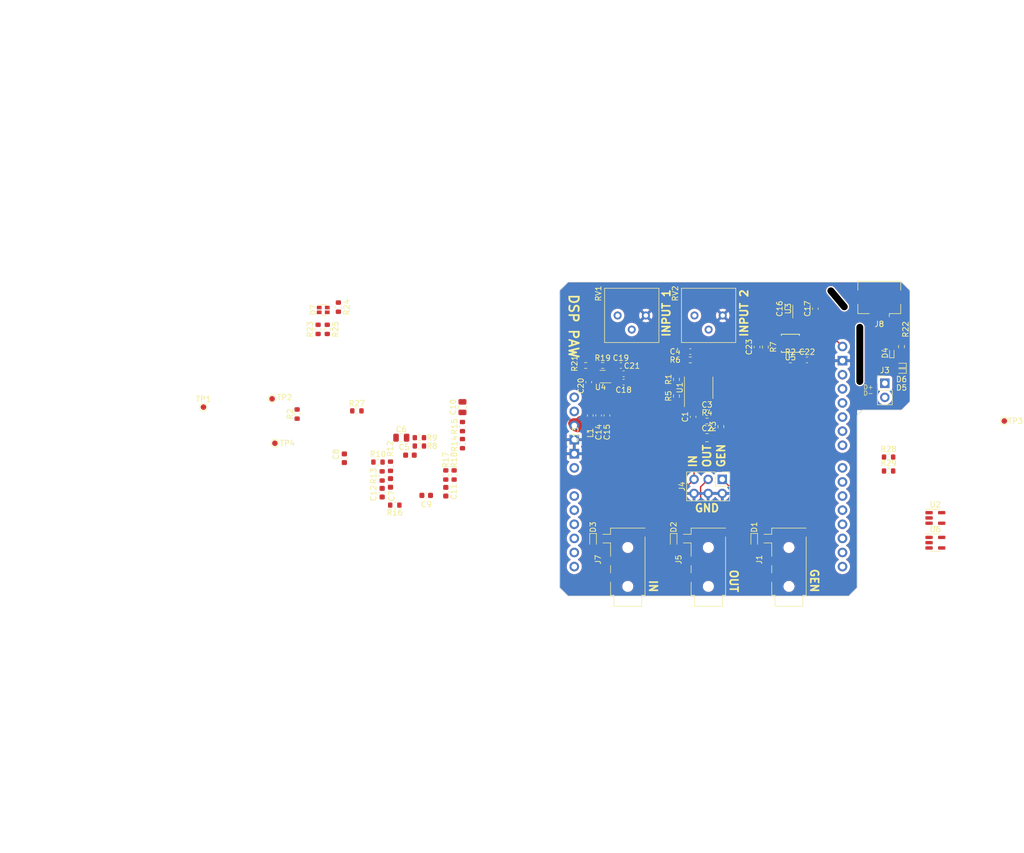
<source format=kicad_pcb>
(kicad_pcb (version 20221018) (generator pcbnew)
  (title_block (title "DSP PAW add-on board") (date "2023-08-19") (company "bitgloo") (comment 1 "Released under the CERN Open Hardware Licence Version 2 - Strongly Reciprocal"))
  (layers (0 "F.Cu" signal) (31 "B.Cu" signal) (34 "B.Paste" user) (35 "F.Paste" user) (36 "B.SilkS" user "B.Silkscreen") (37 "F.SilkS" user "F.Silkscreen") (38 "B.Mask" user) (39 "F.Mask" user) (44 "Edge.Cuts" user))
  (net 0 "")
  (net 1 "Net-(U1A--)")
  (net 2 "Net-(C1-Pad1)")
  (net 3 "SIGNAL_IN")
  (net 4 "Net-(C2-Pad2)")
  (net 5 "Net-(U2-+)")
  (net 6 "GND")
  (net 7 "SIGNAL_IN_MCU")
  (net 8 "Net-(C5-Pad1)")
  (net 9 "SIGNAL_OUT_MCU")
  (net 10 "VBUS")
  (net 11 "+5V")
  (net 12 "-5V")
  (net 13 "Net-(C6-Pad1)")
  (net 14 "Net-(C9-Pad1)")
  (net 15 "Net-(C10-Pad1)")
  (net 16 "VDDA")
  (net 17 "Net-(U6-+)")
  (net 18 "Net-(U4-C+)")
  (net 19 "SIGNAL_OUT")
  (net 20 "Net-(U4-C-)")
  (net 21 "+3V3")
  (net 22 "GENERATOR_MCU")
  (net 23 "GENERATOR")
  (net 24 "USB_D_P")
  (net 25 "USB_D_N")
  (net 26 "Net-(U4-CPOUT)")
  (net 27 "VCC")
  (net 28 "Net-(D7-RK)")
  (net 29 "Net-(D7-GK)")
  (net 30 "LED_B")
  (net 31 "LED_G")
  (net 32 "LED_R")
  (net 33 "PC1{slash}POT2")
  (net 34 "PC0{slash}POT1")
  (net 36 "-3V3")
  (net 37 "Net-(U1B--)")
  (net 39 "Net-(U1B-+)")
  (net 40 "Net-(U5B--)")
  (net 41 "Net-(D7-BK)")
  (net 42 "Net-(C5-Pad2)")
  (net 43 "Net-(C9-Pad2)")
  (net 44 "Net-(U4-VFB)")
  (net 45 "Net-(U2--)")
  (net 46 "Net-(U6--)")
  (net 60 "Net-(U1A-+)")
  (net 61 "Net-(J8-Shield)")
  (net 62 "Net-(C22-Pad2)")
  (footprint "Resistor_SMD:R_0603_1608Metric" (layer "F.Cu") (at 102.5 97.575 90)
    (fp_text reference "R14")
    (fp_text value "22.1k/0.1%")
  )
  (footprint "Resistor_SMD:R_0603_1608Metric" (layer "F.Cu") (at 124.675 83.5 180)
    (fp_text reference "R21")
    (fp_text value "56k/1%")
  )
  (footprint "Resistor_SMD:R_0603_1608Metric" (layer "F.Cu") (at 141 86 90)
    (fp_text reference "R1")
    (fp_text value "10k/0.1%")
  )
  (footprint "Resistor_SMD:R_0603_1608Metric" (layer "F.Cu") (at 149 94.5 90)
    (fp_text reference "R3")
    (fp_text value "8.45k/0.1%")
  )
  (footprint "Capacitor_SMD:C_0603_1608Metric" (layer "F.Cu") (at 155.5 80.175 90)
    (fp_text reference "C23")
    (fp_text value "1u")
  )
  (footprint "Capacitor_SMD:C_0603_1608Metric" (layer "F.Cu") (at 131 83.5)
    (fp_text reference "C19")
    (fp_text value "2.2u")
  )
  (footprint "Resistor_SMD:R_0603_1608Metric" (layer "F.Cu") (at 94.75 98)
    (fp_text reference "R8")
    (fp_text value "22.1k/0.1%")
  )
  (footprint "Potentiometer_THT:Potentiometer_Bourns_3386P_Vertical" (layer "F.Cu") (at 130.42 74.5 -90)
    (fp_text reference "RV1")
    (fp_text value "10K")
  )
  (footprint "Capacitor_SMD:C_0603_1608Metric" (layer "F.Cu") (at 99.5 106.225 -90)
    (fp_text reference "C11")
    (fp_text value "100p")
  )
  (footprint "Package_SO:SOIC-8_3.9x4.9mm_P1.27mm" (layer "F.Cu") (at 145 87.5 90)
    (fp_text reference "U1")
    (fp_text value "TLV9162")
  )
  (footprint "Capacitor_SMD:C_0603_1608Metric" (layer "F.Cu") (at 89.55 104.64 -90)
    (fp_text reference "C7")
    (fp_text value "100p")
  )
  (footprint "Resistor_SMD:R_0603_1608Metric" (layer "F.Cu") (at 87.3 100.89)
    (fp_text reference "R10")
    (fp_text value "0")
  )
  (footprint "Package_TO_SOT_SMD:SOT-23" (layer "F.Cu") (at 163.5 73.275 90)
    (fp_text reference "U3")
    (fp_text value "REF3033")
  )
  (footprint "Diode_SMD:D_SOD-523" (layer "F.Cu") (at 126 115 -90)
    (fp_text reference "D3")
    (fp_text value "ESD5Z2.5T1G")
  )
  (footprint "Capacitor_SMD:C_0603_1608Metric" (layer "F.Cu") (at 88.05 106.4 -90)
    (fp_text reference "C12")
    (fp_text value "DNP")
  )
  (footprint "Resistor_SMD:R_0603_1608Metric" (layer "F.Cu") (at 89.55 101.64 -90)
    (fp_text reference "R12")
    (fp_text value "2.49k/0.1%")
  )
  (footprint "Diode_SMD:D_SOD-523" (layer "F.Cu") (at 140.5 115 -90)
    (fp_text reference "D2")
    (fp_text value "ESD5Z2.5T1G")
  )
  (footprint "TestPoint:TestPoint_Pad_D1.0mm" (layer "F.Cu") (at 68.75 97.5)
    (fp_text reference "TP4")
    (fp_text value "TestPoint")
  )
  (footprint "Connector_PinHeader_2.54mm:PinHeader_2x03_P2.54mm_Vertical" (layer "F.Cu") (at 149.25 104 -90)
    (fp_text reference "J4")
    (fp_text value "Conn_02x03_Odd_Even")
  )
  (footprint "Resistor_SMD:R_0603_1608Metric" (layer "F.Cu") (at 99.5 103.215 -90)
    (fp_text reference "R17")
    (fp_text value "2.49k/0.1%")
  )
  (footprint "Capacitor_SMD:C_0603_1608Metric" (layer "F.Cu") (at 131.5 85)
    (fp_text reference "C21")
    (fp_text value "4.7u")
  )
  (footprint "Connector_USB:USB_Micro-B_Amphenol_10104110_Horizontal" (layer "F.Cu") (at 177.5 72.5 180)
    (fp_text reference "J8")
    (fp_text value "USB_B_Micro")
  )
  (footprint "Capacitor_SMD:C_0603_1608Metric" (layer "F.Cu") (at 125.5 95.5 -90)
    (fp_text reference "C13")
    (fp_text value "10n")
  )
  (footprint "Capacitor_SMD:C_0603_1608Metric" (layer "F.Cu") (at 81.25 100.2 -90)
    (fp_text reference "C8")
    (fp_text value "DNP")
  )
  (footprint "Capacitor_SMD:C_0603_1608Metric" (layer "F.Cu") (at 125.225 86.5 90)
    (fp_text reference "C20")
    (fp_text value "1u")
  )
  (footprint "Package_TO_SOT_SMD:SOT-23-5" (layer "F.Cu") (at 187.595 110.95)
    (fp_text reference "U2")
    (fp_text value "OPA1677")
  )
  (footprint "TestPoint:TestPoint_Pad_D1.0mm" (layer "F.Cu") (at 55.9 91)
    (fp_text reference "TP1")
    (fp_text value "TestPoint")
  )
  (footprint "Capacitor_SMD:C_0603_1608Metric" (layer "F.Cu") (at 161 73.275 90)
    (fp_text reference "C16")
    (fp_text value "4.7u")
  )
  (footprint "Capacitor_SMD:C_0805_2012Metric" (layer "F.Cu") (at 146.5 96.5)
    (fp_text reference "C2")
    (fp_text value "10u")
  )
  (footprint "Resistor_SMD:R_0603_1608Metric" (layer "F.Cu") (at 76.53 77 90)
    (fp_text reference "R23")
    (fp_text value "560")
  )
  (footprint "Inductor_SMD:L_0603_1608Metric" (layer "F.Cu") (at 125.5 92.5 90)
    (fp_text reference "L1")
    (fp_text value "33@100MHz")
  )
  (footprint "Potentiometer_THT:Potentiometer_Bourns_3386P_Vertical" (layer "F.Cu") (at 144.25 74.5 -90)
    (fp_text reference "RV2")
    (fp_text value "10K")
  )
  (footprint "Resistor_SMD:R_0603_1608Metric" (layer "F.Cu") (at 90.325 108.64)
    (fp_text reference "R16")
    (fp_text value "0")
  )
  (footprint "Resistor_SMD:R_0603_1608Metric" (layer "F.Cu") (at 94.75 96.5 180)
    (fp_text reference "R9")
    (fp_text value "6.81k/0.1%")
  )
  (footprint "Resistor_SMD:R_0603_1608Metric" (layer "F.Cu") (at 146.5 93.5 180)
    (fp_text reference "R4")
    (fp_text value "13.2k/0.1%")
  )
  (footprint "Package_SON:WSON-8-1EP_2x2mm_P0.5mm_EP0.9x1.6mm" (layer "F.Cu") (at 127.725 85.5 180)
    (fp_text reference "U4")
    (fp_text value "LM27761")
  )
  (footprint "MountingHole:MountingHole_2.1mm" (layer "F.Cu") (at 170 71.5 40)
    (fp_text reference "REF**" hide)
    (fp_text value "MountingHole_2.1mm")
  )
  (footprint "Package_SO:TSSOP-8_3x3mm_P0.65mm" (layer "F.Cu") (at 161.5 79.5 180)
    (fp_text reference "U5")
    (fp_text value "OPA2310")
  )
  (footprint "Capacitor_SMD:C_0603_1608Metric" (layer "F.Cu") (at 164.5 82.5)
    (fp_text reference "C22")
    (fp_text value "1u")
  )
  (footprint "Resistor_SMD:R_0603_1608Metric" (layer "F.Cu") (at 161.5 82.5)
    (fp_text reference "R2")
    (fp_text value "10k/0.1%")
  )
  (footprint "Capacitor_SMD:C_0603_1608Metric" (layer "F.Cu") (at 143.5 81)
    (fp_text reference "C4")
    (fp_text value "DNP")
  )
  (footprint "Capacitor_SMD:C_0603_1608Metric" (layer "F.Cu") (at 95.975 106.89)
    (fp_text reference "C9")
    (fp_text value "105p")
  )
  (footprint "Diode_SMD:D_SOD-523" (layer "F.Cu") (at 155 115 -90)
    (fp_text reference "D1")
    (fp_text value "ESD5Z2.5T1G")
  )
  (footprint "Capacitor_SMD:C_0603_1608Metric" (layer "F.Cu") (at 166 73.275 90)
    (fp_text reference "C17")
    (fp_text value "1u")
  )
  (footprint "LED_SMD:LED_LiteOn_LTST-C19HE1WT" (layer "F.Cu") (at 77.45 73.5 90)
    (fp_text reference "D7")
    (fp_text value "LED_RAGB")
  )
  (footprint "Capacitor_SMD:C_0603_1608Metric" (layer "F.Cu") (at 128.5 92.5 -90)
    (fp_text reference "C15")
    (fp_text value "4.7u")
  )
  (footprint "Resistor_SMD:R_0603_1608Metric" (layer "F.Cu") (at 72.75 92.25 -90)
    (fp_text reference "R2")
    (fp_text value "10k/0.1%")
  )
  (footprint "Capacitor_SMD:C_0805_2012Metric" (layer "F.Cu") (at 91.5 96.5 180)
    (fp_text reference "C6")
    (fp_text value "10u")
  )
  (footprint "TestPoint:TestPoint_Pad_D1.0mm" (layer "F.Cu") (at 68.25 89.5)
    (fp_text reference "TP2")
    (fp_text value "TestPoint")
  )
  (footprint "Capacitor_SMD:C_0603_1608Metric" (layer "F.Cu") (at 146.5 92)
    (fp_text reference "C3")
    (fp_text value "100p")
  )
  (footprint "Connector_PinHeader_2.54mm:PinHeader_1x02_P2.54mm_Vertical" (layer "F.Cu") (at 178.499766 86.699898)
    (fp_text reference "J3")
    (fp_text value "Conn_01x02")
  )
  (footprint "Capacitor_SMD:C_0805_2012Metric" (layer "F.Cu") (at 102.5 91 90)
    (fp_text reference "C10")
    (fp_text value "10u")
  )
  (footprint "Capacitor_SMD:C_0603_1608Metric" (layer "F.Cu") (at 93.05 99.64)
    (fp_text reference "C5")
    (fp_text value "105p")
  )
  (footprint "Capacitor_SMD:C_0603_1608Metric" (layer "F.Cu") (at 144 92.75 90)
    (fp_text reference "C1")
    (fp_text value "140p")
  )
  (footprint "Resistor_SMD:R_0603_1608Metric" (layer "F.Cu") (at 127.725 83.5 180)
    (fp_text reference "R19")
    (fp_text value "174k/1%")
  )
  (footprint "MountingHole:MountingHole_2.1mm" (layer "F.Cu") (at 174 81.5)
    (fp_text reference "REF**" hide)
    (fp_text value "MountingHole_2.1mm")
  )
  (footprint "TestPoint:TestPoint_Pad_D1.0mm" (layer "F.Cu") (at 200 93.5)
    (fp_text reference "TP3")
    (fp_text value "TestPoint")
  )
  (footprint "Resistor_SMD:R_0603_1608Metric" (layer "F.Cu") (at 179.175 99.99)
    (fp_text reference "R28")
    (fp_text value "100k")
  )
  (footprint "Capacitor_SMD:C_0603_1608Metric" (layer "F.Cu") (at 127 92.5 -90)
    (fp_text reference "C14")
    (fp_text value "100n")
  )
  (footprint "Connector_Audio:Jack_3.5mm_PJ320D_Horizontal" (layer "F.Cu") (at 146.75 118.5 90)
    (fp_text reference "J5")
    (fp_text value "AudioJack2_Ground")
  )
  (footprint "Resistor_SMD:R_0603_1608Metric" (layer "F.Cu") (at 157 80.175 -90)
    (fp_text reference "R7")
    (fp_text value "10k/0.1%")
  )
  (footprint "Connector_Audio:Jack_3.5mm_PJ320D_Horizontal" (layer "F.Cu") (at 132.25 118.5 90)
    (fp_text reference "J7")
    (fp_text value "AudioJack2_Ground")
  )
  (footprint "Resistor_SMD:R_0603_1608Metric" (layer "F.Cu") (at 101 103.215 90)
    (fp_text reference "R18")
    (fp_text value "2.49k/0.1%")
  )
  (footprint "Resistor_SMD:R_0603_1608Metric" (layer "F.Cu") (at 83.5 91.675 180)
    (fp_text reference "R27")
    (fp_text value "0")
  )
  (footprint "PCM_arduino-library:Arduino_Uno_R2_Shield" (layer "F.Cu") (at 120.08 56.21 -90)
    (fp_text reference "A2" hide)
    (fp_text value "Arduino_Uno_R1_Shield")
  )
  (footprint "Connector_Audio:Jack_3.5mm_PJ320D_Horizontal" (layer "F.Cu") (at 161.25 118.5 90)
    (fp_text reference "J1")
    (fp_text value "AudioJack2_Ground")
  )
  (footprint "Resistor_SMD:R_0603_1608Metric" (layer "F.Cu") (at 88.05 103.39 -90)
    (fp_text reference "R13")
    (fp_text value "2.49k/0.1%")
  )
  (footprint "Resistor_SMD:R_0603_1608Metric" (layer "F.Cu") (at 143.5 82.5 180)
    (fp_text reference "R6")
    (fp_text value "0")
  )
  (footprint "Resistor_SMD:R_0603_1608Metric" (layer "F.Cu") (at 80.175 73 90)
    (fp_text reference "R24")
    (fp_text value "240")
  )
  (footprint "Resistor_SMD:R_0603_1608Metric" (layer "F.Cu") (at 181.5 80.1 -90)
    (fp_text reference "R22")
    (fp_text value "0")
  )
  (footprint "Diode_SMD:D_SOD-923" (layer "F.Cu") (at 181.5 83.5 180)
    (fp_text reference "D6")
    (fp_text value "DF2B7AFS,L3M")
  )
  (footprint "Resistor_SMD:R_0603_1608Metric" (layer "F.Cu") (at 78.175 77 90)
    (fp_text reference "R25")
    (fp_text value "240")
  )
  (footprint "Resistor_SMD:R_0603_1608Metric" (layer "F.Cu") (at 141 89 90)
    (fp_text reference "R5")
    (fp_text value "10k/0.1%")
  )
  (footprint "Diode_SMD:D_SOD-923" (layer "F.Cu") (at 181.5 84.5 180)
    (fp_text reference "D5")
    (fp_text value "DF2B7AFS,L3M")
  )
  (footprint "Resistor_SMD:R_0603_1608Metric" (layer "F.Cu") (at 102.5 94.5 90)
    (fp_text reference "R15")
    (fp_text value "6.81k/0.1%")
  )
  (footprint "Resistor_SMD:R_0603_1608Metric" (layer "F.Cu") (at 179.175 102.5)
    (fp_text reference "R29")
    (fp_text value "100k")
  )
  (footprint "Capacitor_SMD:C_0603_1608Metric" (layer "F.Cu") (at 131.5 86.5)
    (fp_text reference "C18")
    (fp_text value "4.7u")
  )
  (footprint "Package_TO_SOT_SMD:SOT-23-5" (layer "F.Cu") (at 187.595 115.4)
    (fp_text reference "U6")
    (fp_text value "OPA1677")
  )
  (footprint "Diode_SMD:D_SOD-923" (layer "F.Cu") (at 179.75 81.25 90)
    (fp_text reference "D4")
    (fp_text value "DF2B7AFS,L3M")
  )
  (gr_line (start 181.5 68.5) (end 183 70) (stroke (width 0.1)) (layer "Edge.Cuts"))
  (gr_line (start 181.5 68.5) (end 121.5 68.5) (stroke (width 0.1)) (layer "Edge.Cuts"))
  (gr_line (start 173.5 92.5) (end 174.5 91.5) (stroke (width 0.1)) (layer "Edge.Cuts"))
  (gr_line (start 120 123.5) (end 121.5 125) (stroke (width 0.1)) (layer "Edge.Cuts"))
  (gr_line (start 181.5 91.5) (end 174.5 91.5) (stroke (width 0.1)) (layer "Edge.Cuts"))
  (gr_line (start 120 70) (end 120 123.5) (stroke (width 0.1)) (layer "Edge.Cuts"))
  (gr_line (start 120 70) (end 121.5 68.5) (stroke (width 0.1)) (layer "Edge.Cuts"))
  (gr_line (start 183 90) (end 183 70) (stroke (width 0.1)) (layer "Edge.Cuts"))
  (gr_line (start 173.5 123.5) (end 172 125) (stroke (width 0.1)) (layer "Edge.Cuts"))
  (gr_line (start 121.5 125) (end 172 125) (stroke (width 0.1)) (layer "Edge.Cuts"))
  (gr_line (start 183 90) (end 181.5 91.5) (stroke (width 0.1)) (layer "Edge.Cuts"))
  (gr_line (start 173.5 123.5) (end 173.5 92.5) (stroke (width 0.1)) (layer "Edge.Cuts"))
  (gr_text "OUT" (at 146.5 102 90) (layer "F.SilkS") (effects (font (size 1.4 1.4) (thickness 0.3) bold) (justify left)))
  (gr_text "OUT" (at 150.5 124.5 270) (layer "F.SilkS") (effects (font (size 1.4 1.4) (thickness 0.3) bold) (justify right bottom)))
  (gr_text "IN" (at 136 124.5 270) (layer "F.SilkS") (effects (font (size 1.4 1.4) (thickness 0.3) bold) (justify right bottom)))
  (gr_text "INPUT 1" (at 140 78.5 90) (layer "F.SilkS") (effects (font (size 1.4 1.4) (thickness 0.3) bold) (justify left bottom)))
  (gr_text "GEN" (at 149.04 102 90) (layer "F.SilkS") (effects (font (size 1.4 1.4) (thickness 0.3) bold) (justify left)))
  (gr_text "D+" (at 176.5 87.4) (layer "F.SilkS") (effects (font (size 0.8 0.8) (thickness 0.1) bold) (justify right)))
  (gr_text "D-" (at 176.5 88.5) (layer "F.SilkS") (effects (font (size 0.8 0.8) (thickness 0.1) bold) (justify right)))
  (gr_text "INPUT 2" (at 154 78.5 90) (layer "F.SilkS") (effects (font (size 1.4 1.4) (thickness 0.3) bold) (justify left bottom)))
  (gr_text "GND" (at 146.5 110) (layer "F.SilkS") (effects (font (size 1.4 1.4) (thickness 0.3) bold) (justify bottom)))
  (gr_text "GEN" (at 165 124.5 270) (layer "F.SilkS") (effects (font (size 1.4 1.4) (thickness 0.3) bold) (justify right bottom)))
  (gr_text "DSP PAW" (at 121.5 70.5 270) (layer "F.SilkS") (effects (font (size 1.7 1.7) (thickness 0.32) bold) (justify left bottom)))
  (gr_text "IN" (at 143.96 102 90) (layer "F.SilkS") (effects (font (size 1.4 1.4) (thickness 0.3) bold) (justify left)))
  (segment (start 144.365 89.975) (end 144.365 91.61) (width 0.25) (layer "F.Cu") (net 1))
  (segment (start 143.095 89.975) (end 141.15 89.975) (width 0.25) (layer "F.Cu") (net 1))
  (segment (start 141.15 89.975) (end 141 89.825) (width 0.25) (layer "F.Cu") (net 1))
  (segment (start 144.365 91.61) (end 144 91.975) (width 0.25) (layer "F.Cu") (net 1))
  (segment (start 143.095 89.975) (end 144.365 89.975) (width 0.25) (layer "F.Cu") (net 1))
  (segment (start 147.325 94.175) (end 147 94.5) (width 0.25) (layer "F.Cu") (net 2))
  (segment (start 147.325 93.5) (end 147.325 94.175) (width 0.25) (layer "F.Cu") (net 2))
  (segment (start 148.825 93.5) (end 149 93.675) (width 0.25) (layer "F.Cu") (net 2))
  (segment (start 147 94.5) (end 144.975 94.5) (width 0.25) (layer "F.Cu") (net 2))
  (segment (start 147.325 93.5) (end 148.825 93.5) (width 0.25) (layer "F.Cu") (net 2))
  (segment (start 144.975 94.5) (end 144 93.525) (width 0.25) (layer "F.Cu") (net 2))
  (segment (start 144.5 96.5) (end 144.17 96.83) (width 0.25) (layer "F.Cu") (net 3))
  (segment (start 137.17 111) (end 144.17 104) (width 0.25) (layer "F.Cu") (net 3))
  (segment (start 144.17 96.83) (end 144.17 104) (width 0.25) (layer "F.Cu") (net 3))
  (segment (start 145.55 96.5) (end 144.5 96.5) (width 0.25) (layer "F.Cu") (net 3))
  (segment (start 126 114.3) (end 126.375 114.675) (width 0.25) (layer "F.Cu") (net 3))
  (segment (start 129 113.5) (end 131.5 111) (width 0.25) (layer "F.Cu") (net 3))
  (segment (start 129 114.675) (end 129 113.5) (width 0.25) (layer "F.Cu") (net 3))
  (segment (start 126.375 114.675) (end 129 114.675) (width 0.25) (layer "F.Cu") (net 3))
  (segment (start 131.5 111) (end 137.17 111) (width 0.25) (layer "F.Cu") (net 3))
  (segment (start 149 96) (end 148.5 96.5) (width 0.25) (layer "F.Cu") (net 4))
  (segment (start 148.5 96.5) (end 147.45 96.5) (width 0.25) (layer "F.Cu") (net 4))
  (segment (start 149 95.325) (end 149 96) (width 0.25) (layer "F.Cu") (net 4))
  (segment (start 127.975 85.75) (end 127.725 85.5) (width 0.25) (layer "F.Cu") (net 6))
  (segment (start 128.675 85.75) (end 127.975 85.75) (width 0.25) (layer "F.Cu") (net 6))
  (segment (start 142.675 82.5) (end 142.675 81.05) (width 0.25) (layer "F.Cu") (net 7))
  (segment (start 142.675 81.05) (end 142.725 81) (width 0.25) (layer "F.Cu") (net 7))
  (segment (start 161.1625 74.2125) (end 161 74.05) (width 0.25) (layer "F.Cu") (net 11))
  (segment (start 162.55 74.2125) (end 161.1625 74.2125) (width 0.25) (layer "F.Cu") (net 11))
  (segment (start 165.8375 74.2125) (end 166 74.05) (width 0.25) (layer "F.Cu") (net 16))
  (segment (start 166 74.05) (end 166 79.175) (width 0.25) (layer "F.Cu") (net 16))
  (segment (start 164.45 74.2125) (end 165.8375 74.2125) (width 0.25) (layer "F.Cu") (net 16))
  (segment (start 163.65 79.175) (end 166 79.175) (width 0.25) (layer "F.Cu") (net 16))
  (segment (start 166 79.175) (end 169.969 79.175) (width 0.25) (layer "F.Cu") (net 16))
  (segment (start 169.969 79.175) (end 170.88 80.086) (width 0.25) (layer "F.Cu") (net 16))
  (segment (start 143.5 113.5) (end 145.345 111.655) (width 0.25) (layer "F.Cu") (net 19))
  (segment (start 143.5 114.675) (end 143.5 113.5) (width 0.25) (layer "F.Cu") (net 19))
  (segment (start 145.345 105.365) (end 146.71 104) (width 0.25) (layer "F.Cu") (net 19))
  (segment (start 140.875 114.675) (end 143.5 114.675) (width 0.25) (layer "F.Cu") (net 19))
  (segment (start 145.345 111.655) (end 145.345 105.365) (width 0.25) (layer "F.Cu") (net 19))
  (segment (start 140.5 114.3) (end 140.875 114.675) (width 0.25) (layer "F.Cu") (net 19))
  (segment (start 125.25 85.75) (end 125.225 85.725) (width 0.25) (layer "F.Cu") (net 20))
  (segment (start 126.775 85.75) (end 125.25 85.75) (width 0.25) (layer "F.Cu") (net 20))
  (segment (start 163.725 82.5) (end 162.325 82.5) (width 0.25) (layer "F.Cu") (net 21))
  (segment (start 163.65 82.425) (end 163.725 82.5) (width 0.25) (layer "F.Cu") (net 21))
  (segment (start 163.65 80.475) (end 163.65 82.425) (width 0.25) (layer "F.Cu") (net 21))
  (segment (start 163.65 79.825) (end 163.65 80.475) (width 0.25) (layer "F.Cu") (net 21))
  (segment (start 158 112.75) (end 149.25 104) (width 0.25) (layer "F.Cu") (net 23))
  (segment (start 158 114.675) (end 158 112.75) (width 0.25) (layer "F.Cu") (net 23))
  (segment (start 155.375 114.675) (end 158 114.675) (width 0.25) (layer "F.Cu") (net 23))
  (segment (start 155 114.3) (end 155.375 114.675) (width 0.25) (layer "F.Cu") (net 23))
  (segment (start 130.475 85.25) (end 130.725 85) (width 0.25) (layer "F.Cu") (net 26))
  (segment (start 128.675 85.25) (end 130.475 85.25) (width 0.25) (layer "F.Cu") (net 26))
  (segment (start 157 81) (end 155.55 81) (width 0.25) (layer "F.Cu") (net 36))
  (segment (start 155.55 81) (end 155.5 80.95) (width 0.25) (layer "F.Cu") (net 36))
  (segment (start 158.175 79.825) (end 157 81) (width 0.25) (layer "F.Cu") (net 36))
  (segment (start 159.35 79.825) (end 158.175 79.825) (width 0.25) (layer "F.Cu") (net 36))
  (segment (start 144.365 82.54) (end 144.325 82.5) (width 0.25) (layer "F.Cu") (net 37))
  (segment (start 145.635 85.025) (end 144.365 85.025) (width 0.25) (layer "F.Cu") (net 37))
  (segment (start 144.365 85.025) (end 144.365 82.54) (width 0.25) (layer "F.Cu") (net 37))
  (segment (start 146.905 85.025) (end 146.905 86.095) (width 0.25) (layer "F.Cu") (net 39))
  (segment (start 146.905 86.095) (end 146.175 86.825) (width 0.25) (layer "F.Cu") (net 39))
  (segment (start 146.175 86.825) (end 141 86.825) (width 0.25) (layer "F.Cu") (net 39))
  (segment (start 141 88.175) (end 141 86.825) (width 0.25) (layer "F.Cu") (net 39))
  (segment (start 160.675 79.7) (end 160.675 82.5) (width 0.25) (layer "F.Cu") (net 40))
  (segment (start 160.15 79.175) (end 160.675 79.7) (width 0.25) (layer "F.Cu") (net 40))
  (segment (start 159.35 79.175) (end 160.15 79.175) (width 0.25) (layer "F.Cu") (net 40))
  (segment (start 159.35 79.175) (end 157.175 79.175) (width 0.25) (layer "F.Cu") (net 40))
  (segment (start 157.175 79.175) (end 157 79.35) (width 0.25) (layer "F.Cu") (net 40))
  (segment (start 126.775 83.625) (end 126.9 83.5) (width 0.25) (layer "F.Cu") (net 44))
  (segment (start 126.9 83.5) (end 125.5 83.5) (width 0.25) (layer "F.Cu") (net 44))
  (segment (start 126.775 84.75) (end 126.775 83.625) (width 0.25) (layer "F.Cu") (net 44))
  (segment (start 145.635 91.91) (end 145.725 92) (width 0.25) (layer "F.Cu") (net 60))
  (segment (start 145.725 93.45) (end 145.675 93.5) (width 0.25) (layer "F.Cu") (net 60))
  (segment (start 145.725 92) (end 145.725 93.45) (width 0.25) (layer "F.Cu") (net 60))
  (segment (start 145.635 89.975) (end 145.635 91.91) (width 0.25) (layer "F.Cu") (net 60))
  (zone (net 11) (net_name "+5V") (layer "F.Cu") (priority 2) (connect_pads yes (clearance 0.25)) (min_thickness 0.25) (fill yes (thermal_gap 0.5) (thermal_bridge_width 0.5) (smoothing chamfer) (radius 0.5))
    (polygon (pts (xy 128.425 86.125) (xy 128.425 88.575) (xy 126 91) (xy 125 91) (xy 125 92.125) (xy 125.025 92.15) (xy 128.85 92.15) (xy 131 90) (xy 131 86.3) (xy 130.725 86.025) (xy 129.025 86.025) (xy 128.925 86.125)))
  )
  (zone (net 12) (net_name "-5V") (layer "F.Cu") (priority 3) (connect_pads yes (clearance 0.25)) (min_thickness 0.25) (fill yes (thermal_gap 0.5) (thermal_bridge_width 0.5) (smoothing chamfer) (radius 0.5))
    (polygon (pts (xy 128.425 84.875) (xy 128.425 84.425) (xy 128 84) (xy 128 82) (xy 128.5 81.5) (xy 130.5 81.5) (xy 131 82) (xy 131 82.7) (xy 130.675 83.025) (xy 130.675 83.825) (xy 130.5 84) (xy 129.8 84) (xy 128.925 84.875)))
  )
  (zone (net 10) (net_name "VBUS") (layer "F.Cu") (priority 1) (connect_pads yes (clearance 0.25)) (min_thickness 0.25) (fill yes (thermal_gap 0.5) (thermal_bridge_width 0.5) (smoothing chamfer) (radius 0.5))
    (polygon (pts (xy 121.5 94.5) (xy 122.5 95.5) (xy 125.65 95.5) (xy 125.975 95.175) (xy 125.975 92.975) (xy 125.5 92.5) (xy 123.5 92.5) (xy 123 93) (xy 122 93) (xy 121.5 93.5)))
  )
  (zone (net 6) (net_name "GND") (layers "F&B.Cu") (connect_pads (clearance 0.5)) (min_thickness 0.25) (fill yes (thermal_gap 0.5) (thermal_bridge_width 0.5) (smoothing chamfer) (radius 0.25))
    (polygon (pts (xy 120 68.5) (xy 183 68.5) (xy 183 91.5) (xy 173.5 91.5) (xy 173.5 125) (xy 120 125)))
  )
)
</source>
